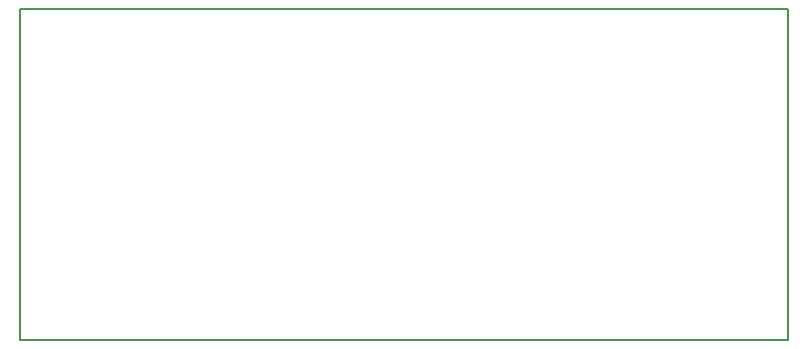
<source format=gm1>
G04 #@! TF.GenerationSoftware,KiCad,Pcbnew,(5.1.0)-1*
G04 #@! TF.CreationDate,2019-06-25T11:49:38+01:00*
G04 #@! TF.ProjectId,BMS_Cell_Module,424d535f-4365-46c6-9c5f-4d6f64756c65,3.0*
G04 #@! TF.SameCoordinates,Original*
G04 #@! TF.FileFunction,Profile,NP*
%FSLAX46Y46*%
G04 Gerber Fmt 4.6, Leading zero omitted, Abs format (unit mm)*
G04 Created by KiCad (PCBNEW (5.1.0)-1) date 2019-06-25 11:49:38*
%MOMM*%
%LPD*%
G04 APERTURE LIST*
%ADD10C,0.150000*%
G04 APERTURE END LIST*
D10*
X173500000Y-99000000D02*
X173500000Y-71000000D01*
X108500000Y-99000000D02*
X173500000Y-99000000D01*
X108500000Y-71000000D02*
X108500000Y-99000000D01*
X173500000Y-71000000D02*
X108500000Y-71000000D01*
M02*

</source>
